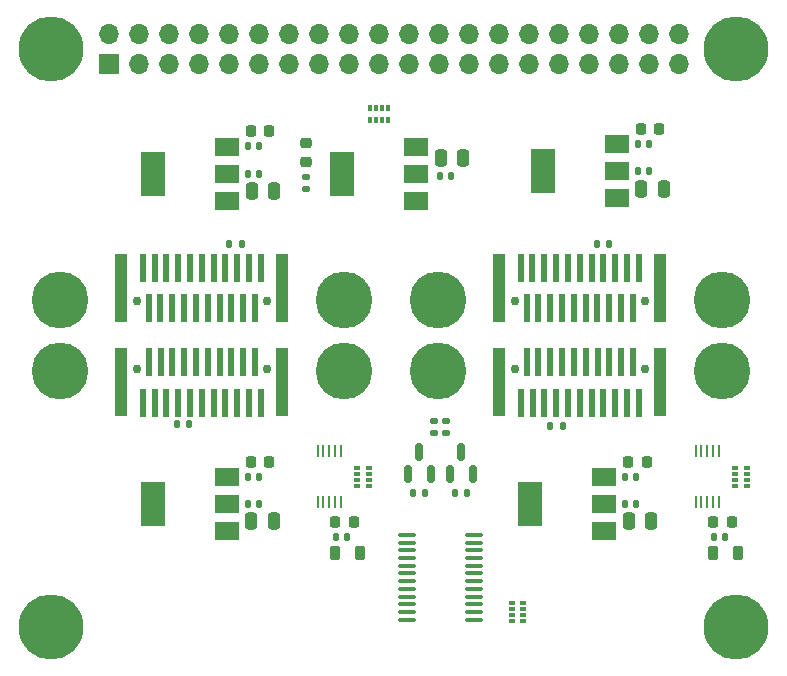
<source format=gbr>
%TF.GenerationSoftware,KiCad,Pcbnew,(6.0.0-0)*%
%TF.CreationDate,2023-03-08T15:11:31-05:00*%
%TF.ProjectId,carrier-board,63617272-6965-4722-9d62-6f6172642e6b,rev?*%
%TF.SameCoordinates,Original*%
%TF.FileFunction,Soldermask,Top*%
%TF.FilePolarity,Negative*%
%FSLAX46Y46*%
G04 Gerber Fmt 4.6, Leading zero omitted, Abs format (unit mm)*
G04 Created by KiCad (PCBNEW (6.0.0-0)) date 2023-03-08 15:11:31*
%MOMM*%
%LPD*%
G01*
G04 APERTURE LIST*
G04 Aperture macros list*
%AMRoundRect*
0 Rectangle with rounded corners*
0 $1 Rounding radius*
0 $2 $3 $4 $5 $6 $7 $8 $9 X,Y pos of 4 corners*
0 Add a 4 corners polygon primitive as box body*
4,1,4,$2,$3,$4,$5,$6,$7,$8,$9,$2,$3,0*
0 Add four circle primitives for the rounded corners*
1,1,$1+$1,$2,$3*
1,1,$1+$1,$4,$5*
1,1,$1+$1,$6,$7*
1,1,$1+$1,$8,$9*
0 Add four rect primitives between the rounded corners*
20,1,$1+$1,$2,$3,$4,$5,0*
20,1,$1+$1,$4,$5,$6,$7,0*
20,1,$1+$1,$6,$7,$8,$9,0*
20,1,$1+$1,$8,$9,$2,$3,0*%
G04 Aperture macros list end*
%ADD10C,3.600000*%
%ADD11C,5.500000*%
%ADD12C,4.800000*%
%ADD13R,1.000000X5.850000*%
%ADD14C,0.760000*%
%ADD15R,0.610000X2.410000*%
%ADD16R,1.700000X1.700000*%
%ADD17O,1.700000X1.700000*%
%ADD18RoundRect,0.100000X0.637500X0.100000X-0.637500X0.100000X-0.637500X-0.100000X0.637500X-0.100000X0*%
%ADD19RoundRect,0.218750X0.218750X0.381250X-0.218750X0.381250X-0.218750X-0.381250X0.218750X-0.381250X0*%
%ADD20RoundRect,0.140000X-0.140000X-0.170000X0.140000X-0.170000X0.140000X0.170000X-0.140000X0.170000X0*%
%ADD21RoundRect,0.135000X-0.185000X0.135000X-0.185000X-0.135000X0.185000X-0.135000X0.185000X0.135000X0*%
%ADD22RoundRect,0.135000X-0.135000X-0.185000X0.135000X-0.185000X0.135000X0.185000X-0.135000X0.185000X0*%
%ADD23R,2.000000X1.500000*%
%ADD24R,2.000000X3.800000*%
%ADD25RoundRect,0.135000X0.185000X-0.135000X0.185000X0.135000X-0.185000X0.135000X-0.185000X-0.135000X0*%
%ADD26RoundRect,0.135000X0.135000X0.185000X-0.135000X0.185000X-0.135000X-0.185000X0.135000X-0.185000X0*%
%ADD27RoundRect,0.250000X-0.250000X-0.475000X0.250000X-0.475000X0.250000X0.475000X-0.250000X0.475000X0*%
%ADD28R,0.500000X0.400000*%
%ADD29R,0.500000X0.300000*%
%ADD30RoundRect,0.225000X-0.225000X-0.250000X0.225000X-0.250000X0.225000X0.250000X-0.225000X0.250000X0*%
%ADD31RoundRect,0.150000X0.150000X-0.587500X0.150000X0.587500X-0.150000X0.587500X-0.150000X-0.587500X0*%
%ADD32R,0.250000X1.100000*%
%ADD33RoundRect,0.218750X-0.256250X0.218750X-0.256250X-0.218750X0.256250X-0.218750X0.256250X0.218750X0*%
%ADD34R,0.400000X0.500000*%
%ADD35R,0.300000X0.500000*%
G04 APERTURE END LIST*
D10*
%TO.C,H1*%
X78500000Y-97500000D03*
D11*
X78500000Y-97500000D03*
%TD*%
%TO.C,H2*%
X136500000Y-97500000D03*
D10*
X136500000Y-97500000D03*
%TD*%
%TO.C,H3*%
X78500000Y-146500000D03*
D11*
X78500000Y-146500000D03*
%TD*%
D10*
%TO.C,H4*%
X136500000Y-146500000D03*
D11*
X136500000Y-146500000D03*
%TD*%
D12*
%TO.C,H5*%
X79250000Y-118750000D03*
%TD*%
%TO.C,H6*%
X79250000Y-124750000D03*
%TD*%
%TO.C,H7*%
X135250000Y-124750000D03*
%TD*%
%TO.C,H8*%
X135250000Y-118750000D03*
%TD*%
%TO.C,H9*%
X103250000Y-118750000D03*
%TD*%
%TO.C,H10*%
X111250000Y-118750000D03*
%TD*%
%TO.C,H11*%
X103250000Y-124750000D03*
%TD*%
%TO.C,H12*%
X111250000Y-124750000D03*
%TD*%
D13*
%TO.C,J1*%
X84423500Y-117750000D03*
X98076500Y-117750000D03*
D14*
X85725500Y-118850000D03*
X96774500Y-118850000D03*
D15*
X96246500Y-116030000D03*
X95246500Y-116030000D03*
X94246500Y-116030000D03*
X93246500Y-116030000D03*
X92246500Y-116030000D03*
X91246500Y-116030000D03*
X90246500Y-116030000D03*
X89246500Y-116030000D03*
X88246500Y-116030000D03*
X87246500Y-116030000D03*
X86246500Y-116030000D03*
X86746500Y-119430000D03*
X87746500Y-119430000D03*
X88746500Y-119470000D03*
X89746500Y-119470000D03*
X90746500Y-119470000D03*
X91746500Y-119470000D03*
X92746500Y-119470000D03*
X93746500Y-119470000D03*
X94746500Y-119470000D03*
X95746500Y-119470000D03*
%TD*%
D13*
%TO.C,J2*%
X130076500Y-117750000D03*
D14*
X117725500Y-118850000D03*
D13*
X116423500Y-117750000D03*
D14*
X128774500Y-118850000D03*
D15*
X128246500Y-116030000D03*
X127246500Y-116030000D03*
X126246500Y-116030000D03*
X125246500Y-116030000D03*
X124246500Y-116030000D03*
X123246500Y-116030000D03*
X122246500Y-116030000D03*
X121246500Y-116030000D03*
X120246500Y-116030000D03*
X119246500Y-116030000D03*
X118246500Y-116030000D03*
X118746500Y-119430000D03*
X119746500Y-119430000D03*
X120746500Y-119470000D03*
X121746500Y-119470000D03*
X122746500Y-119470000D03*
X123746500Y-119470000D03*
X124746500Y-119470000D03*
X125746500Y-119470000D03*
X126746500Y-119470000D03*
X127746500Y-119470000D03*
%TD*%
D14*
%TO.C,J3*%
X96774500Y-124650000D03*
D13*
X84423500Y-125750000D03*
X98076500Y-125750000D03*
D14*
X85725500Y-124650000D03*
D15*
X86253500Y-127470000D03*
X87253500Y-127470000D03*
X88253500Y-127470000D03*
X89253500Y-127470000D03*
X90253500Y-127470000D03*
X91253500Y-127470000D03*
X92253500Y-127470000D03*
X93253500Y-127470000D03*
X94253500Y-127470000D03*
X95253500Y-127470000D03*
X96253500Y-127470000D03*
X95753500Y-124070000D03*
X94753500Y-124070000D03*
X93753500Y-124030000D03*
X92753500Y-124030000D03*
X91753500Y-124030000D03*
X90753500Y-124030000D03*
X89753500Y-124030000D03*
X88753500Y-124030000D03*
X87753500Y-124030000D03*
X86753500Y-124030000D03*
%TD*%
D14*
%TO.C,J4*%
X117725500Y-124650000D03*
D13*
X130076500Y-125750000D03*
D14*
X128774500Y-124650000D03*
D13*
X116423500Y-125750000D03*
D15*
X118253500Y-127470000D03*
X119253500Y-127470000D03*
X120253500Y-127470000D03*
X121253500Y-127470000D03*
X122253500Y-127470000D03*
X123253500Y-127470000D03*
X124253500Y-127470000D03*
X125253500Y-127470000D03*
X126253500Y-127470000D03*
X127253500Y-127470000D03*
X128253500Y-127470000D03*
X127753500Y-124070000D03*
X126753500Y-124070000D03*
X125753500Y-124030000D03*
X124753500Y-124030000D03*
X123753500Y-124030000D03*
X122753500Y-124030000D03*
X121753500Y-124030000D03*
X120753500Y-124030000D03*
X119753500Y-124030000D03*
X118753500Y-124030000D03*
%TD*%
D16*
%TO.C,J5*%
X83370000Y-98770000D03*
D17*
X83370000Y-96230000D03*
X85910000Y-98770000D03*
X85910000Y-96230000D03*
X88450000Y-98770000D03*
X88450000Y-96230000D03*
X90990000Y-98770000D03*
X90990000Y-96230000D03*
X93530000Y-98770000D03*
X93530000Y-96230000D03*
X96070000Y-98770000D03*
X96070000Y-96230000D03*
X98610000Y-98770000D03*
X98610000Y-96230000D03*
X101150000Y-98770000D03*
X101150000Y-96230000D03*
X103690000Y-98770000D03*
X103690000Y-96230000D03*
X106230000Y-98770000D03*
X106230000Y-96230000D03*
X108770000Y-98770000D03*
X108770000Y-96230000D03*
X111310000Y-98770000D03*
X111310000Y-96230000D03*
X113850000Y-98770000D03*
X113850000Y-96230000D03*
X116390000Y-98770000D03*
X116390000Y-96230000D03*
X118930000Y-98770000D03*
X118930000Y-96230000D03*
X121470000Y-98770000D03*
X121470000Y-96230000D03*
X124010000Y-98770000D03*
X124010000Y-96230000D03*
X126550000Y-98770000D03*
X126550000Y-96230000D03*
X129090000Y-98770000D03*
X129090000Y-96230000D03*
X131630000Y-98770000D03*
X131630000Y-96230000D03*
%TD*%
D18*
%TO.C,U7*%
X114311500Y-145833000D03*
X114311500Y-145183000D03*
X114311500Y-144533000D03*
X114311500Y-143883000D03*
X114311500Y-143233000D03*
X114311500Y-142583000D03*
X114311500Y-141933000D03*
X114311500Y-141283000D03*
X114311500Y-140633000D03*
X114311500Y-139983000D03*
X114311500Y-139333000D03*
X114311500Y-138683000D03*
X108586500Y-138683000D03*
X108586500Y-139333000D03*
X108586500Y-139983000D03*
X108586500Y-140633000D03*
X108586500Y-141283000D03*
X108586500Y-141933000D03*
X108586500Y-142583000D03*
X108586500Y-143233000D03*
X108586500Y-143883000D03*
X108586500Y-144533000D03*
X108586500Y-145183000D03*
X108586500Y-145833000D03*
%TD*%
D19*
%TO.C,FB1*%
X104637500Y-140221000D03*
X102512500Y-140221000D03*
%TD*%
D20*
%TO.C,C16*%
X95126200Y-133741000D03*
X96086200Y-133741000D03*
%TD*%
%TO.C,C2*%
X111416000Y-108264000D03*
X112376000Y-108264000D03*
%TD*%
D21*
%TO.C,R9*%
X111957000Y-129043000D03*
X111957000Y-130063000D03*
%TD*%
D22*
%TO.C,R4*%
X89145800Y-129299000D03*
X90165800Y-129299000D03*
%TD*%
D23*
%TO.C,U6*%
X125336400Y-138330000D03*
X125336400Y-136030000D03*
D24*
X119036400Y-136030000D03*
D23*
X125336400Y-133730000D03*
%TD*%
D25*
%TO.C,R1*%
X100069800Y-109362000D03*
X100069800Y-108342000D03*
%TD*%
D26*
%TO.C,R2*%
X94610800Y-114059000D03*
X93590800Y-114059000D03*
%TD*%
D27*
%TO.C,C13*%
X95443600Y-137525600D03*
X97343600Y-137525600D03*
%TD*%
D23*
%TO.C,U1*%
X109392000Y-110390000D03*
D24*
X103092000Y-108090000D03*
D23*
X109392000Y-108090000D03*
X109392000Y-105790000D03*
%TD*%
D20*
%TO.C,C22*%
X134591000Y-138824000D03*
X135551000Y-138824000D03*
%TD*%
D28*
%TO.C,RN4*%
X137425200Y-132994000D03*
D29*
X137425200Y-133494000D03*
X137425200Y-133994000D03*
D28*
X137425200Y-134494000D03*
X136425200Y-134494000D03*
D29*
X136425200Y-133994000D03*
X136425200Y-133494000D03*
D28*
X136425200Y-132994000D03*
%TD*%
D30*
%TO.C,C15*%
X95408600Y-132496400D03*
X96958600Y-132496400D03*
%TD*%
D27*
%TO.C,C5*%
X95462200Y-109588600D03*
X97362200Y-109588600D03*
%TD*%
D30*
%TO.C,C3*%
X102546000Y-137554000D03*
X104096000Y-137554000D03*
%TD*%
D31*
%TO.C,Q1*%
X108721000Y-133538500D03*
X110621000Y-133538500D03*
X109671000Y-131663500D03*
%TD*%
D30*
%TO.C,C7*%
X95408600Y-104508600D03*
X96958600Y-104508600D03*
%TD*%
D26*
%TO.C,R3*%
X125723800Y-114059000D03*
X124703800Y-114059000D03*
%TD*%
D28*
%TO.C,RN2*%
X105421200Y-132994000D03*
D29*
X105421200Y-133494000D03*
X105421200Y-133994000D03*
D28*
X105421200Y-134494000D03*
X104421200Y-134494000D03*
D29*
X104421200Y-133994000D03*
X104421200Y-133494000D03*
D28*
X104421200Y-132994000D03*
%TD*%
D32*
%TO.C,U2*%
X103051000Y-131594000D03*
X102551000Y-131594000D03*
X102051000Y-131594000D03*
X101551000Y-131594000D03*
X101051000Y-131594000D03*
X101051000Y-135894000D03*
X101551000Y-135894000D03*
X102051000Y-135894000D03*
X102551000Y-135894000D03*
X103051000Y-135894000D03*
%TD*%
D20*
%TO.C,C18*%
X127072600Y-136027000D03*
X128032600Y-136027000D03*
%TD*%
D22*
%TO.C,R5*%
X120770800Y-129426000D03*
X121790800Y-129426000D03*
%TD*%
D20*
%TO.C,C12*%
X128146200Y-105550000D03*
X129106200Y-105550000D03*
%TD*%
%TO.C,C10*%
X128146200Y-107861400D03*
X129106200Y-107861400D03*
%TD*%
D22*
%TO.C,R6*%
X109161000Y-135141000D03*
X110181000Y-135141000D03*
%TD*%
D27*
%TO.C,C9*%
X128463600Y-109360000D03*
X130363600Y-109360000D03*
%TD*%
D23*
%TO.C,U5*%
X93390000Y-138330000D03*
X93390000Y-136030000D03*
D24*
X87090000Y-136030000D03*
D23*
X93390000Y-133730000D03*
%TD*%
D20*
%TO.C,C6*%
X95144800Y-108090000D03*
X96104800Y-108090000D03*
%TD*%
D19*
%TO.C,FB2*%
X136641500Y-140221000D03*
X134516500Y-140221000D03*
%TD*%
D30*
%TO.C,C19*%
X127361800Y-132496400D03*
X128911800Y-132496400D03*
%TD*%
D27*
%TO.C,C1*%
X111464200Y-106740000D03*
X113364200Y-106740000D03*
%TD*%
D30*
%TO.C,C11*%
X128428600Y-104305400D03*
X129978600Y-104305400D03*
%TD*%
D20*
%TO.C,C8*%
X95144800Y-105753200D03*
X96104800Y-105753200D03*
%TD*%
%TO.C,C4*%
X102587000Y-138824000D03*
X103547000Y-138824000D03*
%TD*%
D33*
%TO.C,D1*%
X100069800Y-105524500D03*
X100069800Y-107099500D03*
%TD*%
D34*
%TO.C,RN1*%
X105492000Y-102510000D03*
D35*
X105992000Y-102510000D03*
X106492000Y-102510000D03*
D34*
X106992000Y-102510000D03*
X106992000Y-103510000D03*
D35*
X106492000Y-103510000D03*
X105992000Y-103510000D03*
D34*
X105492000Y-103510000D03*
%TD*%
D23*
%TO.C,U3*%
X93390000Y-110390000D03*
X93390000Y-108090000D03*
D24*
X87090000Y-108090000D03*
D23*
X93390000Y-105790000D03*
%TD*%
D32*
%TO.C,U8*%
X135055000Y-131594000D03*
X134555000Y-131594000D03*
X134055000Y-131594000D03*
X133555000Y-131594000D03*
X133055000Y-131594000D03*
X133055000Y-135894000D03*
X133555000Y-135894000D03*
X134055000Y-135894000D03*
X134555000Y-135894000D03*
X135055000Y-135894000D03*
%TD*%
D31*
%TO.C,Q2*%
X112277000Y-133538500D03*
X114177000Y-133538500D03*
X113227000Y-131663500D03*
%TD*%
D22*
%TO.C,R7*%
X112717000Y-135141000D03*
X113737000Y-135141000D03*
%TD*%
D21*
%TO.C,R8*%
X110941000Y-129043000D03*
X110941000Y-130063000D03*
%TD*%
D20*
%TO.C,C14*%
X95126200Y-136027000D03*
X96086200Y-136027000D03*
%TD*%
D27*
%TO.C,C17*%
X127390000Y-137525600D03*
X129290000Y-137525600D03*
%TD*%
D23*
%TO.C,U4*%
X126410000Y-110164400D03*
X126410000Y-107864400D03*
D24*
X120110000Y-107864400D03*
D23*
X126410000Y-105564400D03*
%TD*%
D20*
%TO.C,C20*%
X127072600Y-133741000D03*
X128032600Y-133741000D03*
%TD*%
D28*
%TO.C,RN3*%
X117476800Y-145924000D03*
D29*
X117476800Y-145424000D03*
X117476800Y-144924000D03*
D28*
X117476800Y-144424000D03*
X118476800Y-144424000D03*
D29*
X118476800Y-144924000D03*
X118476800Y-145424000D03*
D28*
X118476800Y-145924000D03*
%TD*%
D30*
%TO.C,C21*%
X134550000Y-137554000D03*
X136100000Y-137554000D03*
%TD*%
M02*

</source>
